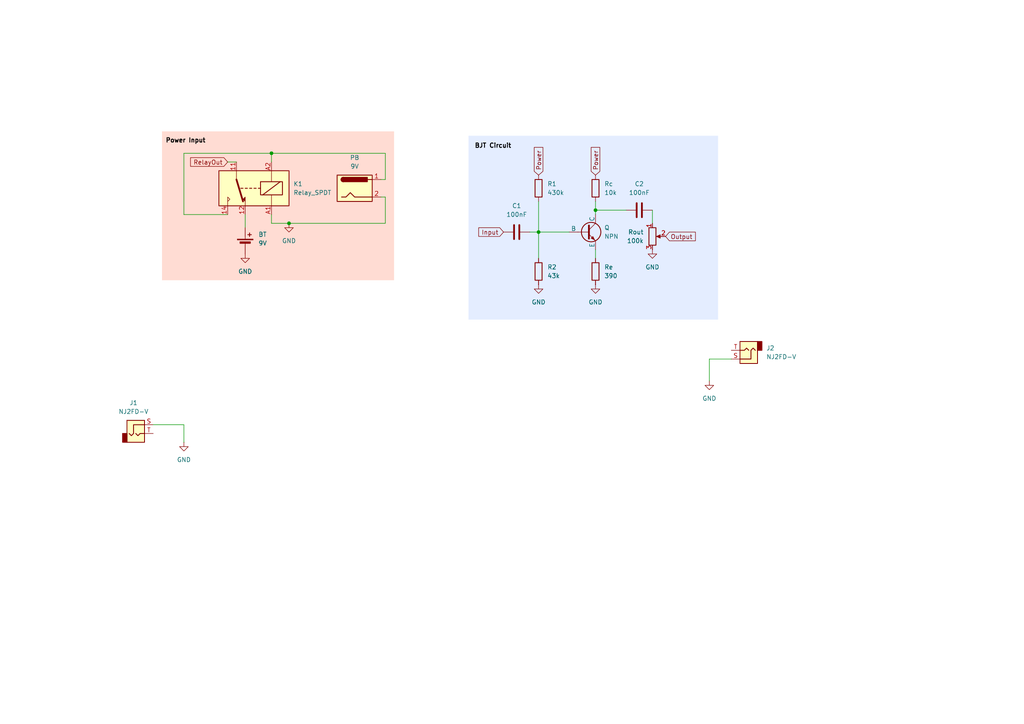
<source format=kicad_sch>
(kicad_sch (version 20250114) (generator "eeschema") (generator_version "9.0")
  (paper "A4")
  (lib_symbols
    (symbol "Connector:Barrel_Jack" (pin_names (offset 1.016))
      (property "Reference" "J" (at 0 5.334 0))
      (property "Value" "Barrel_Jack" (at 0 -5.08 0))
      (symbol "Barrel_Jack_0_1"
        (rectangle (start -5.08 3.81) (end 5.08 -3.81) (stroke (width 0.254)) (fill (type background)))
        (polyline (pts (xy -3.81 -2.54) (xy -2.54 -2.54) (xy -1.27 -1.27) (xy 0 -2.54) (xy 2.54 -2.54) (xy 5.08 -2.54)) (stroke (width 0.254)))
        (arc (start -3.302 1.905) (mid -3.9343 2.54) (end -3.302 3.175) (stroke (width 0.254)))
        (arc (start -3.302 1.905) (mid -3.9343 2.54) (end -3.302 3.175) (stroke (width 0.254)) (fill (type outline)))
        (rectangle (start 3.683 3.175) (end -3.302 1.905) (stroke (width 0.254)) (fill (type outline)))
        (polyline (pts (xy 5.08 2.54) (xy 3.81 2.54)) (stroke (width 0.254)))
      )
      (symbol "Barrel_Jack_1_1"
        (pin passive line (at 7.62 2.54 180) (length 2.54) (name "~") (number "1"))
        (pin passive line (at 7.62 -2.54 180) (length 2.54) (name "~") (number "2"))
      )
    )
    (symbol "Connector_Audio:NJ2FD-V"
      (property "Reference" "J" (at 0 8.89 0))
      (property "Value" "NJ2FD-V" (at 0 6.35 0))
      (symbol "NJ2FD-V_0_1"
        (rectangle (start -3.81 0) (end -2.54 -2.54) (stroke (width 0.254)) (fill (type outline)))
        (rectangle (start -2.54 3.81) (end 2.54 -2.54) (stroke (width 0.254)) (fill (type background)))
        (polyline (pts (xy 0 0) (xy 0.635 -0.635) (xy 1.27 0) (xy 2.54 0)) (stroke (width 0.254)))
        (polyline (pts (xy 2.54 2.54) (xy -0.635 2.54) (xy -0.635 0) (xy -1.27 -0.635) (xy -1.905 0)) (stroke (width 0.254)))
      )
      (symbol "NJ2FD-V_1_1"
        (pin passive line (at 5.08 2.54 180) (length 2.54) (name "~") (number "S"))
        (pin passive line (at 5.08 0 180) (length 2.54) (name "~") (number "T"))
      )
    )
    (symbol "Device:Battery_Cell" (pin_numbers (hide yes)) (pin_names (offset 0) (hide yes))
      (property "Reference" "BT" (at 2.54 2.54 0))
      (property "Value" "Battery_Cell" (at 2.54 0 0))
      (symbol "Battery_Cell_0_1"
        (rectangle (start -2.286 1.778) (end 2.286 1.524) (fill (type outline)))
        (rectangle (start -1.524 1.016) (end 1.524 0.508) (fill (type outline)))
        (polyline (pts (xy 0 1.778) (xy 0 2.54)))
        (polyline (pts (xy 0 0.762) (xy 0 0)))
        (polyline (pts (xy 0.762 3.048) (xy 1.778 3.048)) (stroke (width 0.254)))
        (polyline (pts (xy 1.27 3.556) (xy 1.27 2.54)) (stroke (width 0.254)))
      )
      (symbol "Battery_Cell_1_1"
        (pin passive line (at 0 5.08 270) (length 2.54) (name "+") (number "1"))
        (pin passive line (at 0 -2.54 90) (length 2.54) (name "-") (number "2"))
      )
    )
    (symbol "Device:C" (pin_numbers (hide yes)) (pin_names (offset 0.254))
      (property "Reference" "C" (at 0.635 2.54 0))
      (property "Value" "C" (at 0.635 -2.54 0))
      (symbol "C_0_1"
        (polyline (pts (xy -2.032 0.762) (xy 2.032 0.762)) (stroke (width 0.508)))
        (polyline (pts (xy -2.032 -0.762) (xy 2.032 -0.762)) (stroke (width 0.508)))
      )
      (symbol "C_1_1"
        (pin passive line (at 0 3.81 270) (length 2.794) (name "~") (number "1"))
        (pin passive line (at 0 -3.81 90) (length 2.794) (name "~") (number "2"))
      )
    )
    (symbol "Device:R" (pin_numbers (hide yes)) (pin_names (offset 0))
      (property "Reference" "R" (at 2.032 0 90))
      (property "Value" "R" (at 0 0 90))
      (symbol "R_0_1"
        (rectangle (start -1.016 -2.54) (end 1.016 2.54) (stroke (width 0.254)))
      )
      (symbol "R_1_1"
        (pin passive line (at 0 3.81 270) (length 1.27) (name "~") (number "1"))
        (pin passive line (at 0 -3.81 90) (length 1.27) (name "~") (number "2"))
      )
    )
    (symbol "Device:R_Potentiometer" (pin_names (offset 1.016) (hide yes))
      (property "Reference" "RV" (at -4.445 0 90))
      (property "Value" "R_Potentiometer" (at -2.54 0 90))
      (symbol "R_Potentiometer_0_1"
        (rectangle (start 1.016 2.54) (end -1.016 -2.54) (stroke (width 0.254)))
        (polyline (pts (xy 1.143 0) (xy 2.286 0.508) (xy 2.286 -0.508) (xy 1.143 0)) (fill (type outline)))
        (polyline (pts (xy 2.54 0) (xy 1.524 0)))
      )
      (symbol "R_Potentiometer_1_1"
        (pin passive line (at 0 3.81 270) (length 1.27) (name "1") (number "1"))
        (pin passive line (at 0 -3.81 90) (length 1.27) (name "3") (number "3"))
        (pin passive line (at 3.81 0 180) (length 1.27) (name "2") (number "2"))
      )
    )
    (symbol "Relay:Relay_SPDT"
      (property "Reference" "K" (at 11.43 3.81 0))
      (property "Value" "Relay_SPDT" (at 11.43 1.27 0))
      (symbol "Relay_SPDT_0_0"
        (polyline (pts (xy 7.62 5.08) (xy 7.62 2.54) (xy 6.985 3.175) (xy 7.62 3.81)))
      )
      (symbol "Relay_SPDT_0_1"
        (rectangle (start -10.16 5.08) (end 10.16 -5.08) (stroke (width 0.254)) (fill (type background)))
        (rectangle (start -8.255 1.905) (end -1.905 -1.905) (stroke (width 0.254)))
        (polyline (pts (xy -7.62 -1.905) (xy -2.54 1.905)) (stroke (width 0.254)))
        (polyline (pts (xy -5.08 5.08) (xy -5.08 1.905)))
        (polyline (pts (xy -5.08 -5.08) (xy -5.08 -1.905)))
        (polyline (pts (xy -1.905 0) (xy -1.27 0)) (stroke (width 0.254)))
        (polyline (pts (xy -0.635 0) (xy 0 0)) (stroke (width 0.254)))
        (polyline (pts (xy 0.635 0) (xy 1.27 0)) (stroke (width 0.254)))
        (polyline (pts (xy 1.905 0) (xy 2.54 0)) (stroke (width 0.254)))
        (polyline (pts (xy 2.54 5.08) (xy 2.54 2.54) (xy 3.175 3.175) (xy 2.54 3.81)) (fill (type outline)))
        (polyline (pts (xy 3.175 0) (xy 3.81 0)) (stroke (width 0.254)))
        (polyline (pts (xy 5.08 -2.54) (xy 3.175 3.81)) (stroke (width 0.508)))
        (polyline (pts (xy 5.08 -2.54) (xy 5.08 -5.08)))
      )
      (symbol "Relay_SPDT_1_1"
        (pin passive line (at -5.08 7.62 270) (length 2.54) (name "~") (number "A1"))
        (pin passive line (at -5.08 -7.62 90) (length 2.54) (name "~") (number "A2"))
        (pin passive line (at 2.54 7.62 270) (length 2.54) (name "~") (number "12"))
        (pin passive line (at 5.08 -7.62 90) (length 2.54) (name "~") (number "11"))
        (pin passive line (at 7.62 7.62 270) (length 2.54) (name "~") (number "14"))
      )
    )
    (symbol "Simulation_SPICE:NPN" (pin_numbers (hide yes)) (pin_names (offset 0))
      (property "Reference" "Q" (at -2.54 7.62 0))
      (property "Value" "NPN" (at -2.54 5.08 0))
      (symbol "NPN_0_1"
        (polyline (pts (xy -2.54 0) (xy 0.635 0)) (stroke (width 0.1524)))
        (polyline (pts (xy 0.635 1.905) (xy 0.635 -1.905) (xy 0.635 -1.905)) (stroke (width 0.508)))
        (polyline (pts (xy 0.635 0.635) (xy 2.54 2.54)))
        (polyline (pts (xy 0.635 -0.635) (xy 2.54 -2.54) (xy 2.54 -2.54)))
        (circle (center 1.27 0) (radius 2.8194) (stroke (width 0.254)))
        (polyline (pts (xy 1.27 -1.778) (xy 1.778 -1.27) (xy 2.286 -2.286) (xy 1.27 -1.778) (xy 1.27 -1.778)) (fill (type outline)))
        (polyline (pts (xy 2.794 -1.27) (xy 2.794 -1.27)) (stroke (width 0.1524)))
        (polyline (pts (xy 2.794 -1.27) (xy 2.794 -1.27)) (stroke (width 0.1524)))
      )
      (symbol "NPN_1_1"
        (pin input line (at -5.08 0 0) (length 2.54) (name "B") (number "2"))
        (pin open_collector line (at 2.54 5.08 270) (length 2.54) (name "C") (number "1"))
        (pin open_emitter line (at 2.54 -5.08 90) (length 2.54) (name "E") (number "3"))
      )
    )
    (symbol "power:GND" (power) (pin_numbers (hide yes)) (pin_names (offset 0) (hide yes))
      (property "Value" "GND" (at 0 -3.81 0))
      (symbol "GND_0_1"
        (polyline (pts (xy 0 0) (xy 0 -1.27) (xy 1.27 -1.27) (xy 0 -2.54) (xy -1.27 -1.27) (xy 0 -1.27)))
      )
      (symbol "GND_1_1"
        (pin power_in line (at 0 0 270) (length 0) (name "~") (number "1"))
      )
    )
  )
  (rectangle (start 46.99 38.1) (end 114.3 81.28) (stroke (width -0.0001)) (fill (type color) (color 255 116 80 0.25)))
  (rectangle (start 135.89 39.37) (end 208.28 92.71) (stroke (width -0.0001)) (fill (type color) (color 149 185 255 0.25)))
  (text "BJT Circuit" (exclude_from_sim yes) (at 143.002 42.418 0) (effects (font (size 1.27 1.27) (thickness 0.254) (bold yes))))
  (text "Power Input" (exclude_from_sim yes) (at 53.848 40.894 0) (effects (font (size 1.27 1.27) (thickness 0.254) (bold yes))))
  (junction (at 156.21 67.31))
  (junction (at 172.72 60.96))
  (junction (at 83.82 64.77))
  (junction (at 78.74 44.45))
  (wire (pts (xy 78.74 64.77) (xy 78.74 62.23)))
  (wire (pts (xy 172.72 60.96) (xy 172.72 62.23)))
  (wire (pts (xy 78.74 44.45) (xy 78.74 46.99)))
  (wire (pts (xy 153.67 67.31) (xy 156.21 67.31)))
  (wire (pts (xy 53.34 44.45) (xy 78.74 44.45)))
  (wire (pts (xy 156.21 67.31) (xy 156.21 74.93)))
  (wire (pts (xy 53.34 123.19) (xy 44.45 123.19)))
  (wire (pts (xy 205.74 104.14) (xy 205.74 110.49)))
  (wire (pts (xy 111.76 64.77) (xy 83.82 64.77)))
  (wire (pts (xy 156.21 58.42) (xy 156.21 67.31)))
  (wire (pts (xy 212.09 104.14) (xy 205.74 104.14)))
  (wire (pts (xy 53.34 128.27) (xy 53.34 123.19)))
  (wire (pts (xy 66.04 46.99) (xy 68.58 46.99)))
  (wire (pts (xy 71.12 66.04) (xy 71.12 62.23)))
  (wire (pts (xy 111.76 52.07) (xy 111.76 44.45)))
  (wire (pts (xy 172.72 58.42) (xy 172.72 60.96)))
  (wire (pts (xy 83.82 64.77) (xy 78.74 64.77)))
  (wire (pts (xy 111.76 57.15) (xy 111.76 64.77)))
  (wire (pts (xy 111.76 57.15) (xy 110.49 57.15)))
  (wire (pts (xy 172.72 60.96) (xy 181.61 60.96)))
  (wire (pts (xy 156.21 67.31) (xy 165.1 67.31)))
  (wire (pts (xy 111.76 52.07) (xy 110.49 52.07)))
  (wire (pts (xy 189.23 60.96) (xy 189.23 64.77)))
  (wire (pts (xy 66.04 62.23) (xy 53.34 62.23)))
  (wire (pts (xy 53.34 62.23) (xy 53.34 44.45)))
  (wire (pts (xy 172.72 72.39) (xy 172.72 74.93)))
  (wire (pts (xy 111.76 44.45) (xy 78.74 44.45)))
  (global_label "Power" (shape input) (at 156.21 50.8 90) (property "Intersheetrefs" "${INTERSHEET_REFS}" (effects (hide yes))))
  (global_label "Output" (shape input) (at 193.04 68.58 0) (property "Intersheetrefs" "${INTERSHEET_REFS}" (effects (hide yes))))
  (global_label "Input" (shape input) (at 146.05 67.31 180) (property "Intersheetrefs" "${INTERSHEET_REFS}" (effects (hide yes))))
  (global_label "RelayOut" (shape input) (at 66.04 46.99 180) (property "Intersheetrefs" "${INTERSHEET_REFS}" (effects (hide yes))))
  (global_label "Power" (shape input) (at 172.72 50.8 90) (property "Intersheetrefs" "${INTERSHEET_REFS}" (effects (hide yes))))
  (symbol (lib_id "power:GND") (at 205.74 110.49 0) (unit 1)
    (property "Reference" "#PWR02" (effects (hide yes)))
    (property "Value" "GND" (at 205.74 115.57 0))
    (property "Description" "Power symbol creates a global label with name \"GND\" , ground" (effects (hide yes)))
  )
  (symbol (lib_id "Device:Battery_Cell") (at 71.12 71.12 0) (unit 1)
    (property "Reference" "BT" (at 74.93 68.0084 0) (effects (justify left)))
    (property "Value" "9V" (at 74.93 70.5484 0) (effects (justify left)))
    (property "Description" "Single-cell battery" (effects (hide yes)))
  )
  (symbol (lib_id "Connector_Audio:NJ2FD-V") (at 217.17 101.6 180) (unit 1)
    (property "Reference" "J2" (at 222.25 100.9649 0) (effects (justify right)))
    (property "Value" "NJ2FD-V" (at 222.25 103.5049 0) (effects (justify right)))
    (property "Footprint" "Connector_Audio:Jack_6.35mm_Neutrik_NJ2FD-V_Vertical" (effects (hide yes)))
    (property "Datasheet" "https://www.neutrik.com/en/product/nj2fd-v" (effects (hide yes)))
    (property "Description" "6.35mm (1/4 in) Vertical Jack, Non-switching mono jack (T/S)" (effects (hide yes)))
  )
  (symbol (lib_id "power:GND") (at 156.21 82.55 0) (unit 1)
    (property "Reference" "#PWR03" (effects (hide yes)))
    (property "Value" "GND" (at 156.21 87.63 0))
    (property "Description" "Power symbol creates a global label with name \"GND\" , ground" (effects (hide yes)))
  )
  (symbol (lib_id "Simulation_SPICE:NPN") (at 170.18 67.31 0) (unit 1)
    (property "Reference" "Q" (at 175.26 66.0399 0) (effects (justify left)))
    (property "Value" "NPN" (at 175.26 68.5799 0) (effects (justify left)))
    (property "Datasheet" "https://ngspice.sourceforge.io/docs/ngspice-html-manual/manual.xhtml#cha_BJTs" (effects (hide yes)))
    (property "Description" "Bipolar transistor symbol for simulation only, substrate tied to the emitter" (effects (hide yes)))
    (property "Sim.Device" "NPN" (effects (hide yes)))
    (property "Sim.Type" "GUMMELPOON" (effects (hide yes)))
    (property "Sim.Pins" "1=C 2=B 3=E" (effects (hide yes)))
  )
  (symbol (lib_id "Connector_Audio:NJ2FD-V") (at 39.37 125.73 0) (unit 1)
    (property "Reference" "J1" (at 38.735 116.84 0))
    (property "Value" "NJ2FD-V" (at 38.735 119.38 0))
    (property "Footprint" "Connector_Audio:Jack_6.35mm_Neutrik_NJ2FD-V_Vertical" (effects (hide yes)))
    (property "Datasheet" "https://www.neutrik.com/en/product/nj2fd-v" (effects (hide yes)))
    (property "Description" "6.35mm (1/4 in) Vertical Jack, Non-switching mono jack (T/S)" (effects (hide yes)))
  )
  (symbol (lib_id "Device:R") (at 156.21 78.74 0) (unit 1)
    (property "Reference" "R2" (at 158.75 77.4699 0) (effects (justify left)))
    (property "Value" "43k" (at 158.75 80.0099 0) (effects (justify left)))
    (property "Description" "Resistor" (effects (hide yes)))
  )
  (symbol (lib_id "power:GND") (at 172.72 82.55 0) (unit 1)
    (property "Reference" "#PWR04" (effects (hide yes)))
    (property "Value" "GND" (at 172.72 87.63 0))
    (property "Description" "Power symbol creates a global label with name \"GND\" , ground" (effects (hide yes)))
  )
  (symbol (lib_id "Device:R_Potentiometer") (at 189.23 68.58 0) (unit 1)
    (property "Reference" "Rout" (at 186.69 67.3099 0) (effects (justify right)))
    (property "Value" "100k" (at 186.69 69.8499 0) (effects (justify right)))
    (property "Description" "Potentiometer" (effects (hide yes)))
  )
  (symbol (lib_id "Device:C") (at 185.42 60.96 90) (unit 1)
    (property "Reference" "C2" (at 185.42 53.34 90))
    (property "Value" "100nF" (at 185.42 55.88 90))
    (property "Description" "Unpolarized capacitor" (effects (hide yes)))
  )
  (symbol (lib_id "power:GND") (at 53.34 128.27 0) (unit 1)
    (property "Reference" "#PWR01" (effects (hide yes)))
    (property "Value" "GND" (at 53.34 133.35 0))
    (property "Description" "Power symbol creates a global label with name \"GND\" , ground" (effects (hide yes)))
  )
  (symbol (lib_id "power:GND") (at 83.82 64.77 0) (unit 1)
    (property "Reference" "#PWR07" (effects (hide yes)))
    (property "Value" "GND" (at 83.82 69.85 0))
    (property "Description" "Power symbol creates a global label with name \"GND\" , ground" (effects (hide yes)))
  )
  (symbol (lib_id "Connector:Barrel_Jack") (at 102.87 54.61 0) (unit 1)
    (property "Reference" "PB" (at 102.87 45.72 0))
    (property "Value" "9V" (at 102.87 48.26 0))
    (property "Description" "DC Barrel Jack" (effects (hide yes)))
  )
  (symbol (lib_id "Device:R") (at 172.72 54.61 0) (unit 1)
    (property "Reference" "Rc" (at 175.26 53.3399 0) (effects (justify left)))
    (property "Value" "10k" (at 175.26 55.8799 0) (effects (justify left)))
    (property "Description" "Resistor" (effects (hide yes)))
  )
  (symbol (lib_id "Device:C") (at 149.86 67.31 90) (unit 1)
    (property "Reference" "C1" (at 149.86 59.69 90))
    (property "Value" "100nF" (at 149.86 62.23 90))
    (property "Description" "Unpolarized capacitor" (effects (hide yes)))
  )
  (symbol (lib_id "Device:R") (at 156.21 54.61 0) (unit 1)
    (property "Reference" "R1" (at 158.75 53.3399 0) (effects (justify left)))
    (property "Value" "430k" (at 158.75 55.8799 0) (effects (justify left)))
    (property "Description" "Resistor" (effects (hide yes)))
  )
  (symbol (lib_id "power:GND") (at 189.23 72.39 0) (unit 1)
    (property "Reference" "#PWR05" (effects (hide yes)))
    (property "Value" "GND" (at 189.23 77.47 0))
    (property "Description" "Power symbol creates a global label with name \"GND\" , ground" (effects (hide yes)))
  )
  (symbol (lib_id "power:GND") (at 71.12 73.66 0) (unit 1)
    (property "Reference" "#PWR06" (effects (hide yes)))
    (property "Value" "GND" (at 71.12 78.74 0))
    (property "Description" "Power symbol creates a global label with name \"GND\" , ground" (effects (hide yes)))
  )
  (symbol (lib_id "Relay:Relay_SPDT") (at 73.66 54.61 180) (unit 1)
    (property "Reference" "K1" (at 85.09 53.3399 0) (effects (justify right)))
    (property "Value" "Relay_SPDT" (at 85.09 55.8799 0) (effects (justify right)))
    (property "Description" "Relay SPDT, monostable, EN50005" (effects (hide yes)))
  )
  (symbol (lib_id "Device:R") (at 172.72 78.74 0) (unit 1)
    (property "Reference" "Re" (at 175.26 77.4699 0) (effects (justify left)))
    (property "Value" "390" (at 175.26 80.0099 0) (effects (justify left)))
    (property "Description" "Resistor" (effects (hide yes)))
  )
)
</source>
